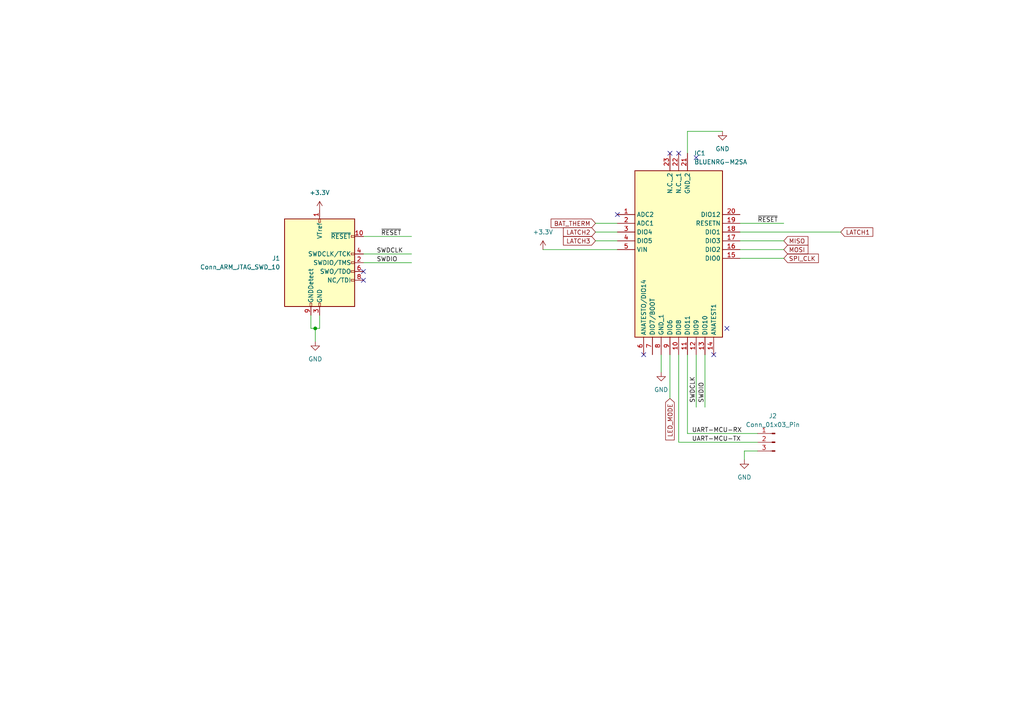
<source format=kicad_sch>
(kicad_sch (version 20230121) (generator eeschema)
  (paper "A4")
  (lib_symbols
    (symbol "Connector:Conn_01x03_Pin" (pin_names (offset 1.016) hide)
      (property "Reference" "J" (at 0 5.08 0))
      (property "Value" "Conn_01x03_Pin" (at 0 -5.08 0))
      (symbol "Conn_01x03_Pin_1_1"
        (polyline (pts (xy 1.27 -2.54) (xy 0.8636 -2.54)) (stroke (width 0.1524)))
        (polyline (pts (xy 1.27 0) (xy 0.8636 0)) (stroke (width 0.1524)))
        (polyline (pts (xy 1.27 2.54) (xy 0.8636 2.54)) (stroke (width 0.1524)))
        (rectangle (start 0.8636 -2.413) (end 0 -2.667) (stroke (width 0.1524)) (fill (type outline)))
        (rectangle (start 0.8636 0.127) (end 0 -0.127) (stroke (width 0.1524)) (fill (type outline)))
        (rectangle (start 0.8636 2.667) (end 0 2.413) (stroke (width 0.1524)) (fill (type outline)))
        (pin passive line (at 5.08 2.54 180) (length 3.81) (name "Pin_1") (number "1"))
        (pin passive line (at 5.08 0 180) (length 3.81) (name "Pin_2") (number "2"))
        (pin passive line (at 5.08 -2.54 180) (length 3.81) (name "Pin_3") (number "3"))
      )
    )
    (symbol "Connector:Conn_ARM_JTAG_SWD_10" (pin_names (offset 1.016))
      (property "Reference" "J" (at -2.54 16.51 0))
      (property "Value" "Conn_ARM_JTAG_SWD_10" (at -2.54 13.97 0))
      (symbol "Conn_ARM_JTAG_SWD_10_0_1"
        (rectangle (start -10.16 12.7) (end 10.16 -12.7) (stroke (width 0.254)) (fill (type background)))
        (rectangle (start -2.794 -12.7) (end -2.286 -11.684))
        (rectangle (start -0.254 -12.7) (end 0.254 -11.684))
        (rectangle (start -0.254 12.7) (end 0.254 11.684))
        (rectangle (start 9.144 2.286) (end 10.16 2.794))
        (rectangle (start 10.16 -2.794) (end 9.144 -2.286))
        (rectangle (start 10.16 -0.254) (end 9.144 0.254))
        (rectangle (start 10.16 7.874) (end 9.144 7.366))
      )
      (symbol "Conn_ARM_JTAG_SWD_10_1_1"
        (rectangle (start 9.144 -5.334) (end 10.16 -4.826))
        (pin power_in line (at 0 15.24 270) (length 2.54) (name "VTref") (number "1"))
        (pin open_collector line (at 12.7 7.62 180) (length 2.54) (name "~{RESET}") (number "10"))
        (pin bidirectional line (at 12.7 0 180) (length 2.54) (name "SWDIO/TMS") (number "2"))
        (pin power_in line (at 0 -15.24 90) (length 2.54) (name "GND") (number "3"))
        (pin output line (at 12.7 2.54 180) (length 2.54) (name "SWDCLK/TCK") (number "4"))
        (pin passive line (at 0 -15.24 90) (length 2.54) hide (name "GND") (number "5"))
        (pin input line (at 12.7 -2.54 180) (length 2.54) (name "SWO/TDO") (number "6"))
        (pin no_connect line (at -10.16 0 0) (length 2.54) hide (name "KEY") (number "7"))
        (pin output line (at 12.7 -5.08 180) (length 2.54) (name "NC/TDI") (number "8"))
        (pin passive line (at -2.54 -15.24 90) (length 2.54) (name "GNDDetect") (number "9"))
      )
    )
    (symbol "library:BLUENRG-M2SA"
      (property "Reference" "IC" (at 31.75 17.78 0))
      (property "Value" "BLUENRG-M2SA" (at 31.75 15.24 0))
      (symbol "BLUENRG-M2SA_1_1"
        (rectangle (start 5.08 12.7) (end 30.48 -35.56) (stroke (width 0.254)) (fill (type background)))
        (pin passive line (at 0 0 0) (length 5.08) (name "ADC2") (number "1"))
        (pin passive line (at 17.78 -40.64 90) (length 5.08) (name "DIO8") (number "10"))
        (pin passive line (at 20.32 -40.64 90) (length 5.08) (name "DIO11") (number "11"))
        (pin passive line (at 22.86 -40.64 90) (length 5.08) (name "DIO9") (number "12"))
        (pin passive line (at 25.4 -40.64 90) (length 5.08) (name "DIO10") (number "13"))
        (pin passive line (at 27.94 -40.64 90) (length 5.08) (name "ANATEST1") (number "14"))
        (pin passive line (at 35.56 -12.7 180) (length 5.08) (name "DIO0") (number "15"))
        (pin passive line (at 35.56 -10.16 180) (length 5.08) (name "DIO2") (number "16"))
        (pin passive line (at 35.56 -7.62 180) (length 5.08) (name "DIO3") (number "17"))
        (pin passive line (at 35.56 -5.08 180) (length 5.08) (name "DIO1") (number "18"))
        (pin passive line (at 35.56 -2.54 180) (length 5.08) (name "RESETN") (number "19"))
        (pin passive line (at 0 -2.54 0) (length 5.08) (name "ADC1") (number "2"))
        (pin passive line (at 35.56 0 180) (length 5.08) (name "DIO12") (number "20"))
        (pin passive line (at 20.32 17.78 270) (length 5.08) (name "GND_2") (number "21"))
        (pin passive line (at 17.78 17.78 270) (length 5.08) (name "N.C._1") (number "22"))
        (pin passive line (at 15.24 17.78 270) (length 5.08) (name "N.C._2") (number "23"))
        (pin passive line (at 0 -5.08 0) (length 5.08) (name "DIO4") (number "3"))
        (pin passive line (at 0 -7.62 0) (length 5.08) (name "DIO5") (number "4"))
        (pin passive line (at 0 -10.16 0) (length 5.08) (name "VIN") (number "5"))
        (pin passive line (at 7.62 -40.64 90) (length 5.08) (name "ANATESTO/DIO14") (number "6"))
        (pin passive line (at 10.16 -40.64 90) (length 5.08) (name "DIO7/BOOT") (number "7"))
        (pin passive line (at 12.7 -40.64 90) (length 5.08) (name "GND_1") (number "8"))
        (pin passive line (at 15.24 -40.64 90) (length 5.08) (name "DIO6") (number "9"))
      )
    )
    (symbol "power:+3.3V" (power) (pin_names (offset 0))
      (property "Value" "+3.3V" (at 0 3.556 0))
      (symbol "+3.3V_0_1"
        (polyline (pts (xy -0.762 1.27) (xy 0 2.54)))
        (polyline (pts (xy 0 0) (xy 0 2.54)))
        (polyline (pts (xy 0 2.54) (xy 0.762 1.27)))
      )
      (symbol "+3.3V_1_1"
        (pin power_in line (at 0 0 90) (length 0) hide (name "+3.3V") (number "1"))
      )
    )
    (symbol "power:GND" (power) (pin_names (offset 0))
      (property "Value" "GND" (at 0 -3.81 0))
      (symbol "GND_0_1"
        (polyline (pts (xy 0 0) (xy 0 -1.27) (xy 1.27 -1.27) (xy 0 -2.54) (xy -1.27 -1.27) (xy 0 -1.27)))
      )
      (symbol "GND_1_1"
        (pin power_in line (at 0 0 270) (length 0) hide (name "GND") (number "1"))
      )
    )
  )
  (junction (at 91.44 95.25))
  (no_connect (at 196.85 44.45))
  (no_connect (at 179.07 62.23))
  (no_connect (at 207.01 102.87))
  (no_connect (at 194.31 44.45))
  (no_connect (at 186.69 102.87))
  (no_connect (at 105.41 81.28))
  (no_connect (at 210.82 95.25))
  (no_connect (at 201.93 45.72))
  (no_connect (at 105.41 78.74))
  (wire (pts (xy 92.71 95.25) (xy 91.44 95.25)))
  (wire (pts (xy 91.44 99.06) (xy 91.44 95.25)))
  (wire (pts (xy 105.41 73.66) (xy 119.38 73.66)))
  (wire (pts (xy 214.63 64.77) (xy 227.33 64.77)))
  (wire (pts (xy 215.9 130.81) (xy 215.9 133.35)))
  (wire (pts (xy 157.48 72.39) (xy 179.07 72.39)))
  (wire (pts (xy 105.41 68.58) (xy 119.38 68.58)))
  (wire (pts (xy 214.63 67.31) (xy 243.84 67.31)))
  (wire (pts (xy 219.71 130.81) (xy 215.9 130.81)))
  (wire (pts (xy 196.85 128.27) (xy 219.71 128.27)))
  (wire (pts (xy 172.72 67.31) (xy 179.07 67.31)))
  (wire (pts (xy 191.77 102.87) (xy 191.77 107.95)))
  (wire (pts (xy 214.63 72.39) (xy 227.33 72.39)))
  (wire (pts (xy 90.17 95.25) (xy 90.17 91.44)))
  (wire (pts (xy 199.39 44.45) (xy 199.39 38.1)))
  (wire (pts (xy 172.72 64.77) (xy 179.07 64.77)))
  (wire (pts (xy 201.93 102.87) (xy 201.93 118.11)))
  (wire (pts (xy 196.85 102.87) (xy 196.85 128.27)))
  (wire (pts (xy 199.39 102.87) (xy 199.39 125.73)))
  (wire (pts (xy 199.39 125.73) (xy 219.71 125.73)))
  (wire (pts (xy 204.47 102.87) (xy 204.47 118.11)))
  (wire (pts (xy 92.71 91.44) (xy 92.71 95.25)))
  (wire (pts (xy 172.72 69.85) (xy 179.07 69.85)))
  (wire (pts (xy 91.44 95.25) (xy 90.17 95.25)))
  (wire (pts (xy 105.41 76.2) (xy 119.38 76.2)))
  (wire (pts (xy 214.63 69.85) (xy 227.33 69.85)))
  (wire (pts (xy 214.63 74.93) (xy 227.33 74.93)))
  (wire (pts (xy 194.31 102.87) (xy 194.31 115.57)))
  (wire (pts (xy 199.39 38.1) (xy 209.55 38.1)))
  (label "SWDCLK" (at 109.22 73.66 0))
  (label "SWDIO" (at 109.22 76.2 0))
  (label "UART-MCU-TX" (at 200.66 128.27 0))
  (label "~{RESET}" (at 110.49 68.58 0))
  (label "~{RESET}" (at 219.71 64.77 0))
  (label "UART-MCU-RX" (at 200.66 125.73 0))
  (label "SWDCLK" (at 201.93 116.84 90))
  (label "SWDIO" (at 204.47 116.84 90))
  (global_label "MOSI" (shape input) (at 227.33 72.39 0) (property "Intersheetrefs" "${INTERSHEET_REFS}" (effects hide)))
  (global_label "LED_MODE" (shape input) (at 194.31 115.57 270) (property "Intersheetrefs" "${INTERSHEET_REFS}" (effects hide)))
  (global_label "BAT_THERM" (shape input) (at 172.72 64.77 180) (property "Intersheetrefs" "${INTERSHEET_REFS}" (effects hide)))
  (global_label "MISO" (shape input) (at 227.33 69.85 0) (property "Intersheetrefs" "${INTERSHEET_REFS}" (effects hide)))
  (global_label "SPI_CLK" (shape input) (at 227.33 74.93 0) (property "Intersheetrefs" "${INTERSHEET_REFS}" (effects hide)))
  (global_label "LATCH1" (shape input) (at 243.84 67.31 0) (property "Intersheetrefs" "${INTERSHEET_REFS}" (effects hide)))
  (global_label "LATCH2" (shape input) (at 172.72 67.31 180) (property "Intersheetrefs" "${INTERSHEET_REFS}" (effects hide)))
  (global_label "LATCH3" (shape input) (at 172.72 69.85 180) (property "Intersheetrefs" "${INTERSHEET_REFS}" (effects hide)))
  (symbol (lib_id "power:+3.3V") (at 157.48 72.39 0) (unit 1)
    (property "Reference" "#PWR05" (effects hide))
    (property "Value" "+3.3V" (at 157.48 67.31 0))
    (instances (project "spirit-board" (path "" (reference "#PWR05") (unit 1)) (path "" (reference "#PWR01") (unit 1))))
  )
  (symbol (lib_id "power:GND") (at 209.55 38.1 0) (unit 1)
    (property "Reference" "#PWR01" (effects hide))
    (property "Value" "GND" (at 209.55 43.18 0))
    (instances (project "spirit-board" (path "" (reference "#PWR01") (unit 1)) (path "" (reference "#PWR05") (unit 1))))
  )
  (symbol (lib_id "library:BLUENRG-M2SA") (at 179.07 62.23 0) (unit 1)
    (property "Reference" "IC1" (at 201.3459 44.45 0) (effects (justify left)))
    (property "Value" "BLUENRG-M2SA" (at 201.3459 46.99 0) (effects (justify left)))
    (property "Footprint" "BLUENRGM2SA" (effects hide))
    (property "Datasheet" "https://www.st.com/resource/en/datasheet/bluenrg-m2.pdf" (effects hide))
    (property "Height" "2.5" (effects hide))
    (property "Manufacturer_Name" "STMicroelectronics" (effects hide))
    (property "Manufacturer_Part_Number" "BLUENRG-M2SA" (effects hide))
    (property "Mouser Part Number" "511-BLUENRG-M2SA" (effects hide))
    (property "Mouser Price/Stock" "https://www.mouser.co.uk/ProductDetail/STMicroelectronics/BLUENRG-M2SA?qs=%252B6g0mu59x7K3hjyySj690A%3D%3D" (effects hide))
    (property "Arrow Part Number" "BLUENRG-M2SA" (effects hide))
    (property "Arrow Price/Stock" "https://www.arrow.com/en/products/bluenrg-m2sa/stmicroelectronics?region=nac" (effects hide))
  )
  (symbol (lib_id "power:GND") (at 215.9 133.35 0) (unit 1)
    (property "Reference" "#PWR06" (effects hide))
    (property "Value" "GND" (at 215.9 138.43 0))
  )
  (symbol (lib_id "power:GND") (at 191.77 107.95 0) (unit 1)
    (property "Reference" "#PWR02" (effects hide))
    (property "Value" "GND" (at 191.77 113.03 0))
  )
  (symbol (lib_id "power:GND") (at 91.44 99.06 0) (unit 1)
    (property "Reference" "#PWR04" (effects hide))
    (property "Value" "GND" (at 91.44 104.14 0))
    (instances (project "spirit-board" (path "" (reference "#PWR04") (unit 1)) (path "" (reference "#PWR03") (unit 1))))
  )
  (symbol (lib_id "Connector:Conn_01x03_Pin") (at 224.79 128.27 0) (mirror y) (unit 1)
    (property "Reference" "J2" (at 224.155 120.65 0))
    (property "Value" "Conn_01x03_Pin" (at 224.155 123.19 0))
  )
  (symbol (lib_id "Connector:Conn_ARM_JTAG_SWD_10") (at 92.71 76.2 0) (unit 1)
    (property "Reference" "J1" (at 81.28 74.93 0) (effects (justify right)))
    (property "Value" "Conn_ARM_JTAG_SWD_10" (at 81.28 77.47 0) (effects (justify right)))
    (property "Datasheet" "http://infocenter.arm.com/help/topic/com.arm.doc.ddi0314h/DDI0314H_coresight_components_trm.pdf" (effects hide))
  )
  (symbol (lib_id "power:+3.3V") (at 92.71 60.96 0) (unit 1)
    (property "Reference" "#PWR03" (effects hide))
    (property "Value" "+3.3V" (at 92.71 55.88 0))
    (instances (project "spirit-board" (path "" (reference "#PWR03") (unit 1)) (path "" (reference "#PWR04") (unit 1))))
  )
)
</source>
